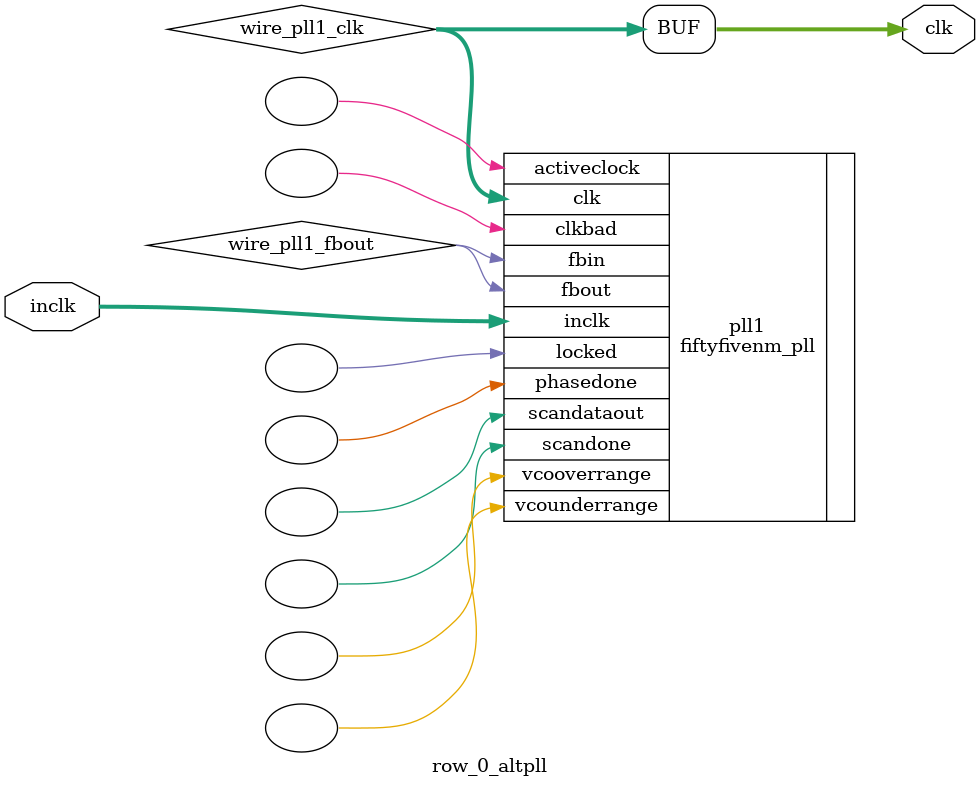
<source format=v>






//synthesis_resources = fiftyfivenm_pll 1 
//synopsys translate_off
`timescale 1 ps / 1 ps
//synopsys translate_on
module  row_0_altpll
	( 
	clk,
	inclk) /* synthesis synthesis_clearbox=1 */;
	output   [4:0]  clk;
	input   [1:0]  inclk;
`ifndef ALTERA_RESERVED_QIS
// synopsys translate_off
`endif
	tri0   [1:0]  inclk;
`ifndef ALTERA_RESERVED_QIS
// synopsys translate_on
`endif

	wire  [4:0]   wire_pll1_clk;
	wire  wire_pll1_fbout;

	fiftyfivenm_pll   pll1
	( 
	.activeclock(),
	.clk(wire_pll1_clk),
	.clkbad(),
	.fbin(wire_pll1_fbout),
	.fbout(wire_pll1_fbout),
	.inclk(inclk),
	.locked(),
	.phasedone(),
	.scandataout(),
	.scandone(),
	.vcooverrange(),
	.vcounderrange()
	`ifndef FORMAL_VERIFICATION
	// synopsys translate_off
	`endif
	,
	.areset(1'b0),
	.clkswitch(1'b0),
	.configupdate(1'b0),
	.pfdena(1'b1),
	.phasecounterselect({3{1'b0}}),
	.phasestep(1'b0),
	.phaseupdown(1'b0),
	.scanclk(1'b0),
	.scanclkena(1'b1),
	.scandata(1'b0)
	`ifndef FORMAL_VERIFICATION
	// synopsys translate_on
	`endif
	);
	defparam
		pll1.bandwidth_type = "auto",
		pll1.clk0_divide_by = 6000000,
		pll1.clk0_duty_cycle = 50,
		pll1.clk0_multiply_by = 697,
		pll1.clk0_phase_shift = "0",
		pll1.compensate_clock = "clk0",
		pll1.inclk0_input_frequency = 83333,
		pll1.operation_mode = "normal",
		pll1.pll_type = "auto",
		pll1.lpm_type = "fiftyfivenm_pll";
	assign
		clk = {wire_pll1_clk[4:0]};
endmodule //row_0_altpll
//VALID FILE

</source>
